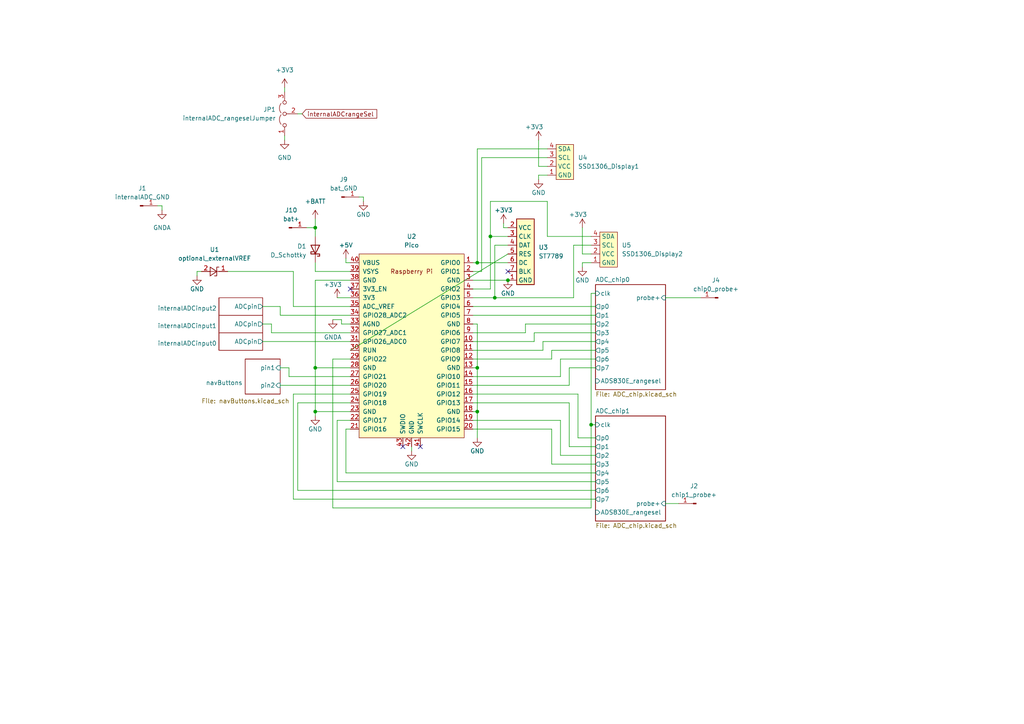
<source format=kicad_sch>
(kicad_sch (version 20211123) (generator eeschema)
  (paper "A4")
  (lib_symbols
    (symbol "Connector:Conn_01x01_Male" (pin_names (offset 1.016) hide)
      (property "Reference" "J" (at 0 2.54 0))
      (property "Value" "Conn_01x01_Male" (at 0 -2.54 0))
      (symbol "Conn_01x01_Male_1_1"
        (polyline (pts (xy 1.27 0) (xy 0.8636 0)) (stroke (width 0.1524)))
        (rectangle (start 0.8636 0.127) (end 0 -0.127) (stroke (width 0.1524)) (fill (type outline)))
        (pin passive line (at 5.08 0 180) (length 3.81) (name "Pin_1") (number "1"))
      )
    )
    (symbol "Device:D_Schottky" (pin_numbers hide) (pin_names (offset 1.016) hide)
      (property "Reference" "D" (at 0 2.54 0))
      (property "Value" "D_Schottky" (at 0 -2.54 0))
      (symbol "D_Schottky_0_1"
        (polyline (pts (xy 1.27 0) (xy -1.27 0)))
        (polyline (pts (xy 1.27 1.27) (xy 1.27 -1.27) (xy -1.27 0) (xy 1.27 1.27)) (stroke (width 0.254)))
        (polyline (pts (xy -1.905 0.635) (xy -1.905 1.27) (xy -1.27 1.27) (xy -1.27 -1.27) (xy -0.635 -1.27) (xy -0.635 -0.635)) (stroke (width 0.254)))
      )
      (symbol "D_Schottky_1_1"
        (pin passive line (at -3.81 0 0) (length 2.54) (name "K") (number "1"))
        (pin passive line (at 3.81 0 180) (length 2.54) (name "A") (number "2"))
      )
    )
    (symbol "Jumper:Jumper_3_Open" (pin_names (offset 0) hide)
      (property "Reference" "JP" (at -2.54 -2.54 0))
      (property "Value" "Jumper_3_Open" (at 0 2.794 0))
      (symbol "Jumper_3_Open_0_0"
        (circle (center -3.302 0) (radius 0.508))
        (circle (center 0 0) (radius 0.508))
        (circle (center 3.302 0) (radius 0.508))
      )
      (symbol "Jumper_3_Open_0_1"
        (arc (start -0.254 1.016) (mid -1.651 1.4992) (end -3.048 1.016))
        (polyline (pts (xy 0 -0.508) (xy 0 -1.27)))
        (arc (start 3.048 1.016) (mid 1.651 1.4992) (end 0.254 1.016))
      )
      (symbol "Jumper_3_Open_1_1"
        (pin passive line (at -6.35 0 0) (length 2.54) (name "A") (number "1"))
        (pin passive line (at 0 -3.81 90) (length 2.54) (name "C") (number "2"))
        (pin passive line (at 6.35 0 180) (length 2.54) (name "B") (number "3"))
      )
    )
    (symbol "RPi_Pico:Pico" (pin_names (offset 1.016))
      (property "Reference" "U" (at -13.97 27.94 0))
      (property "Value" "Pico" (at 0 19.05 0))
      (symbol "Pico_0_0"
        (text "Raspberry Pi" (at 0 21.59 0) (effects (font (size 1.27 1.27))))
      )
      (symbol "Pico_0_1"
        (rectangle (start -15.24 26.67) (end 15.24 -26.67) (fill (type background)))
      )
      (symbol "Pico_1_1"
        (pin bidirectional line (at -17.78 24.13 0) (length 2.54) (name "GPIO0") (number "1"))
        (pin bidirectional line (at -17.78 1.27 0) (length 2.54) (name "GPIO7") (number "10"))
        (pin bidirectional line (at -17.78 -1.27 0) (length 2.54) (name "GPIO8") (number "11"))
        (pin bidirectional line (at -17.78 -3.81 0) (length 2.54) (name "GPIO9") (number "12"))
        (pin power_in line (at -17.78 -6.35 0) (length 2.54) (name "GND") (number "13"))
        (pin bidirectional line (at -17.78 -8.89 0) (length 2.54) (name "GPIO10") (number "14"))
        (pin bidirectional line (at -17.78 -11.43 0) (length 2.54) (name "GPIO11") (number "15"))
        (pin bidirectional line (at -17.78 -13.97 0) (length 2.54) (name "GPIO12") (number "16"))
        (pin bidirectional line (at -17.78 -16.51 0) (length 2.54) (name "GPIO13") (number "17"))
        (pin power_in line (at -17.78 -19.05 0) (length 2.54) (name "GND") (number "18"))
        (pin bidirectional line (at -17.78 -21.59 0) (length 2.54) (name "GPIO14") (number "19"))
        (pin bidirectional line (at -17.78 21.59 0) (length 2.54) (name "GPIO1") (number "2"))
        (pin bidirectional line (at -17.78 -24.13 0) (length 2.54) (name "GPIO15") (number "20"))
        (pin bidirectional line (at 17.78 -24.13 180) (length 2.54) (name "GPIO16") (number "21"))
        (pin bidirectional line (at 17.78 -21.59 180) (length 2.54) (name "GPIO17") (number "22"))
        (pin power_in line (at 17.78 -19.05 180) (length 2.54) (name "GND") (number "23"))
        (pin bidirectional line (at 17.78 -16.51 180) (length 2.54) (name "GPIO18") (number "24"))
        (pin bidirectional line (at 17.78 -13.97 180) (length 2.54) (name "GPIO19") (number "25"))
        (pin bidirectional line (at 17.78 -11.43 180) (length 2.54) (name "GPIO20") (number "26"))
        (pin bidirectional line (at 17.78 -8.89 180) (length 2.54) (name "GPIO21") (number "27"))
        (pin power_in line (at 17.78 -6.35 180) (length 2.54) (name "GND") (number "28"))
        (pin bidirectional line (at 17.78 -3.81 180) (length 2.54) (name "GPIO22") (number "29"))
        (pin power_in line (at -17.78 19.05 0) (length 2.54) (name "GND") (number "3"))
        (pin input line (at 17.78 -1.27 180) (length 2.54) (name "RUN") (number "30"))
        (pin bidirectional line (at 17.78 1.27 180) (length 2.54) (name "GPIO26_ADC0") (number "31"))
        (pin bidirectional line (at 17.78 3.81 180) (length 2.54) (name "GPIO27_ADC1") (number "32"))
        (pin power_in line (at 17.78 6.35 180) (length 2.54) (name "AGND") (number "33"))
        (pin bidirectional line (at 17.78 8.89 180) (length 2.54) (name "GPIO28_ADC2") (number "34"))
        (pin unspecified line (at 17.78 11.43 180) (length 2.54) (name "ADC_VREF") (number "35"))
        (pin unspecified line (at 17.78 13.97 180) (length 2.54) (name "3V3") (number "36"))
        (pin input line (at 17.78 16.51 180) (length 2.54) (name "3V3_EN") (number "37"))
        (pin bidirectional line (at 17.78 19.05 180) (length 2.54) (name "GND") (number "38"))
        (pin unspecified line (at 17.78 21.59 180) (length 2.54) (name "VSYS") (number "39"))
        (pin bidirectional line (at -17.78 16.51 0) (length 2.54) (name "GPIO2") (number "4"))
        (pin unspecified line (at 17.78 24.13 180) (length 2.54) (name "VBUS") (number "40"))
        (pin input line (at -2.54 -29.21 90) (length 2.54) (name "SWCLK") (number "41"))
        (pin power_in line (at 0 -29.21 90) (length 2.54) (name "GND") (number "42"))
        (pin bidirectional line (at 2.54 -29.21 90) (length 2.54) (name "SWDIO") (number "43"))
        (pin bidirectional line (at -17.78 13.97 0) (length 2.54) (name "GPIO3") (number "5"))
        (pin bidirectional line (at -17.78 11.43 0) (length 2.54) (name "GPIO4") (number "6"))
        (pin bidirectional line (at -17.78 8.89 0) (length 2.54) (name "GPIO5") (number "7"))
        (pin power_in line (at -17.78 6.35 0) (length 2.54) (name "GND") (number "8"))
        (pin bidirectional line (at -17.78 3.81 0) (length 2.54) (name "GPIO6") (number "9"))
      )
    )
    (symbol "Reference_Voltage:LM4040DBZ-3" (pin_names (offset 0.0254) hide)
      (property "Reference" "U" (at 0 2.54 0))
      (property "Value" "LM4040DBZ-3" (at 0 -3.175 0))
      (symbol "LM4040DBZ-3_0_1"
        (polyline (pts (xy -1.27 0) (xy 0 0) (xy 1.27 0)))
        (polyline (pts (xy -1.27 -1.27) (xy 0.635 0) (xy -1.27 1.27) (xy -1.27 -1.27)) (stroke (width 0.2032)))
        (polyline (pts (xy 0 -1.27) (xy 0.635 -1.27) (xy 0.635 1.27) (xy 1.27 1.27)) (stroke (width 0.2032)))
      )
      (symbol "LM4040DBZ-3_1_1"
        (pin passive line (at 3.81 0 180) (length 2.54) (name "K") (number "1"))
        (pin passive line (at -3.81 0 0) (length 2.54) (name "A") (number "2"))
      )
    )
    (symbol "customStuff:SSD1306_Display"
      (property "Reference" "U" (at 0 -3.81 0))
      (property "Value" "SSD1306_Display" (at -1.27 -16.51 0))
      (symbol "SSD1306_Display_0_1"
        (rectangle (start -1.27 -5.08) (end 3.81 -15.24) (fill (type background)))
      )
      (symbol "SSD1306_Display_1_1"
        (pin power_in line (at -3.81 -13.97 0) (length 2.54) (name "GND") (number "1"))
        (pin power_in line (at -3.81 -11.43 0) (length 2.54) (name "VCC") (number "2"))
        (pin bidirectional line (at -3.81 -8.89 0) (length 2.54) (name "SCL") (number "3"))
        (pin bidirectional line (at -3.81 -6.35 0) (length 2.54) (name "SDA") (number "4"))
      )
    )
    (symbol "customStuff:ST7789"
      (property "Reference" "U" (at 0 -10.16 0))
      (property "Value" "ST7789" (at 0 11.43 0))
      (symbol "ST7789_0_1"
        (rectangle (start -2.54 10.16) (end 2.54 -8.89) (stroke (width 0.254)) (fill (type background)))
      )
      (symbol "ST7789_1_1"
        (pin bidirectional line (at -5.08 -7.62 0) (length 2.54) (name "GND") (number "1"))
        (pin bidirectional line (at -5.08 7.62 0) (length 2.54) (name "VCC") (number "2"))
        (pin bidirectional line (at -5.08 5.08 0) (length 2.54) (name "CLK") (number "3"))
        (pin bidirectional line (at -5.08 2.54 0) (length 2.54) (name "DAT") (number "4"))
        (pin bidirectional line (at -5.08 0 0) (length 2.54) (name "RES") (number "5"))
        (pin bidirectional line (at -5.08 -2.54 0) (length 2.54) (name "DC") (number "6"))
        (pin bidirectional line (at -5.08 -5.08 0) (length 2.54) (name "BLK") (number "7"))
      )
    )
    (symbol "power:+3.3V" (power) (pin_names (offset 0))
      (property "Value" "+3.3V" (at 0 3.556 0))
      (symbol "+3.3V_0_1"
        (polyline (pts (xy -0.762 1.27) (xy 0 2.54)))
        (polyline (pts (xy 0 0) (xy 0 2.54)))
        (polyline (pts (xy 0 2.54) (xy 0.762 1.27)))
      )
      (symbol "+3.3V_1_1"
        (pin power_in line (at 0 0 90) (length 0) hide (name "+3V3") (number "1"))
      )
    )
    (symbol "power:+5V" (power) (pin_names (offset 0))
      (property "Value" "+5V" (at 0 3.556 0))
      (symbol "+5V_0_1"
        (polyline (pts (xy -0.762 1.27) (xy 0 2.54)))
        (polyline (pts (xy 0 0) (xy 0 2.54)))
        (polyline (pts (xy 0 2.54) (xy 0.762 1.27)))
      )
      (symbol "+5V_1_1"
        (pin power_in line (at 0 0 90) (length 0) hide (name "+5V") (number "1"))
      )
    )
    (symbol "power:+BATT" (power) (pin_names (offset 0))
      (property "Value" "+BATT" (at 0 3.556 0))
      (symbol "+BATT_0_1"
        (polyline (pts (xy -0.762 1.27) (xy 0 2.54)))
        (polyline (pts (xy 0 0) (xy 0 2.54)))
        (polyline (pts (xy 0 2.54) (xy 0.762 1.27)))
      )
      (symbol "+BATT_1_1"
        (pin power_in line (at 0 0 90) (length 0) hide (name "+BATT") (number "1"))
      )
    )
    (symbol "power:GND" (power) (pin_names (offset 0))
      (property "Value" "GND" (at 0 -3.81 0))
      (symbol "GND_0_1"
        (polyline (pts (xy 0 0) (xy 0 -1.27) (xy 1.27 -1.27) (xy 0 -2.54) (xy -1.27 -1.27) (xy 0 -1.27)))
      )
      (symbol "GND_1_1"
        (pin power_in line (at 0 0 270) (length 0) hide (name "GND") (number "1"))
      )
    )
    (symbol "power:GNDA" (power) (pin_names (offset 0))
      (property "Value" "GNDA" (at 0 -3.81 0))
      (symbol "GNDA_0_1"
        (polyline (pts (xy 0 0) (xy 0 -1.27) (xy 1.27 -1.27) (xy 0 -2.54) (xy -1.27 -1.27) (xy 0 -1.27)))
      )
      (symbol "GNDA_1_1"
        (pin power_in line (at 0 0 270) (length 0) hide (name "GNDA") (number "1"))
      )
    )
  )
  (junction (at 143.51 86.36))
  (junction (at 91.44 119.38))
  (junction (at 142.24 68.58))
  (junction (at 138.43 76.2))
  (junction (at 138.43 119.38))
  (junction (at 147.32 81.28))
  (junction (at 138.43 106.68))
  (junction (at 91.44 66.04))
  (junction (at 91.44 106.68))
  (junction (at 171.45 123.19))
  (no_connect (at 101.6 83.82))
  (no_connect (at 147.32 78.74))
  (no_connect (at 116.84 129.54))
  (no_connect (at 121.92 129.54))
  (wire (pts (xy 99.06 92.71) (xy 99.06 93.98)))
  (wire (pts (xy 91.44 120.65) (xy 91.44 119.38)))
  (wire (pts (xy 172.72 96.52) (xy 154.94 96.52)))
  (wire (pts (xy 91.44 66.04) (xy 91.44 68.58)))
  (wire (pts (xy 138.43 43.18) (xy 138.43 76.2)))
  (wire (pts (xy 99.06 93.98) (xy 101.6 93.98)))
  (wire (pts (xy 101.6 91.44) (xy 81.28 91.44)))
  (wire (pts (xy 171.45 71.12) (xy 166.37 71.12)))
  (wire (pts (xy 167.64 127) (xy 167.64 114.3)))
  (wire (pts (xy 119.38 130.81) (xy 119.38 129.54)))
  (wire (pts (xy 142.24 83.82) (xy 142.24 68.58)))
  (wire (pts (xy 171.45 147.32) (xy 171.45 123.19)))
  (wire (pts (xy 83.82 109.22) (xy 83.82 106.68)))
  (wire (pts (xy 81.28 88.9) (xy 76.2 88.9)))
  (wire (pts (xy 196.85 146.05) (xy 193.04 146.05)))
  (wire (pts (xy 157.48 101.6) (xy 157.48 99.06)))
  (wire (pts (xy 138.43 106.68) (xy 138.43 119.38)))
  (wire (pts (xy 147.32 81.28) (xy 137.16 81.28)))
  (wire (pts (xy 78.74 93.98) (xy 78.74 96.52)))
  (wire (pts (xy 156.21 52.07) (xy 156.21 50.8)))
  (wire (pts (xy 172.72 106.68) (xy 165.1 106.68)))
  (wire (pts (xy 142.24 58.42) (xy 142.24 68.58)))
  (wire (pts (xy 100.33 76.2) (xy 101.6 76.2)))
  (wire (pts (xy 85.09 78.74) (xy 85.09 88.9)))
  (wire (pts (xy 160.02 101.6) (xy 160.02 104.14)))
  (wire (pts (xy 57.15 80.01) (xy 57.15 78.74)))
  (wire (pts (xy 172.72 123.19) (xy 171.45 123.19)))
  (wire (pts (xy 137.16 91.44) (xy 172.72 91.44)))
  (wire (pts (xy 162.56 104.14) (xy 162.56 109.22)))
  (wire (pts (xy 97.79 86.36) (xy 101.6 86.36)))
  (wire (pts (xy 78.74 96.52) (xy 101.6 96.52)))
  (wire (pts (xy 146.05 64.77) (xy 146.05 66.04)))
  (wire (pts (xy 138.43 76.2) (xy 137.16 76.2)))
  (wire (pts (xy 168.91 66.04) (xy 168.91 73.66)))
  (wire (pts (xy 96.52 92.71) (xy 99.06 92.71)))
  (wire (pts (xy 137.16 124.46) (xy 160.02 124.46)))
  (wire (pts (xy 137.16 88.9) (xy 172.72 88.9)))
  (wire (pts (xy 82.55 25.4) (xy 82.55 26.67)))
  (wire (pts (xy 88.9 66.04) (xy 91.44 66.04)))
  (wire (pts (xy 162.56 132.08) (xy 162.56 121.92)))
  (wire (pts (xy 101.6 81.28) (xy 91.44 81.28)))
  (wire (pts (xy 100.33 137.16) (xy 172.72 137.16)))
  (wire (pts (xy 81.28 111.76) (xy 101.6 111.76)))
  (wire (pts (xy 165.1 106.68) (xy 165.1 111.76)))
  (wire (pts (xy 156.21 50.8) (xy 158.75 50.8)))
  (wire (pts (xy 87.63 33.02) (xy 86.36 33.02)))
  (wire (pts (xy 158.75 58.42) (xy 142.24 58.42)))
  (wire (pts (xy 137.16 83.82) (xy 142.24 83.82)))
  (wire (pts (xy 158.75 43.18) (xy 138.43 43.18)))
  (wire (pts (xy 101.6 124.46) (xy 100.33 124.46)))
  (wire (pts (xy 154.94 96.52) (xy 154.94 99.06)))
  (wire (pts (xy 81.28 91.44) (xy 81.28 88.9)))
  (wire (pts (xy 152.4 93.98) (xy 172.72 93.98)))
  (wire (pts (xy 91.44 119.38) (xy 101.6 119.38)))
  (wire (pts (xy 160.02 104.14) (xy 137.16 104.14)))
  (wire (pts (xy 171.45 68.58) (xy 158.75 68.58)))
  (wire (pts (xy 168.91 73.66) (xy 171.45 73.66)))
  (wire (pts (xy 96.52 104.14) (xy 96.52 147.32)))
  (wire (pts (xy 101.6 104.14) (xy 96.52 104.14)))
  (wire (pts (xy 172.72 132.08) (xy 162.56 132.08)))
  (wire (pts (xy 104.14 57.15) (xy 105.41 57.15)))
  (wire (pts (xy 168.91 76.2) (xy 171.45 76.2)))
  (wire (pts (xy 85.09 144.78) (xy 85.09 114.3)))
  (wire (pts (xy 85.09 88.9) (xy 101.6 88.9)))
  (wire (pts (xy 157.48 99.06) (xy 172.72 99.06)))
  (wire (pts (xy 162.56 104.14) (xy 172.72 104.14)))
  (wire (pts (xy 137.16 119.38) (xy 138.43 119.38)))
  (wire (pts (xy 160.02 101.6) (xy 172.72 101.6)))
  (wire (pts (xy 162.56 109.22) (xy 137.16 109.22)))
  (wire (pts (xy 139.7 45.72) (xy 139.7 78.74)))
  (wire (pts (xy 101.6 101.6) (xy 147.32 73.66)))
  (wire (pts (xy 105.41 58.42) (xy 105.41 57.15)))
  (wire (pts (xy 142.24 68.58) (xy 147.32 68.58)))
  (wire (pts (xy 101.6 106.68) (xy 91.44 106.68)))
  (wire (pts (xy 76.2 99.06) (xy 101.6 99.06)))
  (wire (pts (xy 137.16 96.52) (xy 152.4 96.52)))
  (wire (pts (xy 137.16 93.98) (xy 138.43 93.98)))
  (wire (pts (xy 203.2 86.36) (xy 193.04 86.36)))
  (wire (pts (xy 166.37 86.36) (xy 143.51 86.36)))
  (wire (pts (xy 156.21 40.64) (xy 156.21 48.26)))
  (wire (pts (xy 66.04 78.74) (xy 85.09 78.74)))
  (wire (pts (xy 139.7 45.72) (xy 158.75 45.72)))
  (wire (pts (xy 147.32 76.2) (xy 138.43 76.2)))
  (wire (pts (xy 166.37 71.12) (xy 166.37 86.36)))
  (wire (pts (xy 143.51 86.36) (xy 137.16 86.36)))
  (wire (pts (xy 146.05 66.04) (xy 147.32 66.04)))
  (wire (pts (xy 165.1 129.54) (xy 172.72 129.54)))
  (wire (pts (xy 91.44 81.28) (xy 91.44 106.68)))
  (wire (pts (xy 86.36 142.24) (xy 172.72 142.24)))
  (wire (pts (xy 147.32 71.12) (xy 143.51 71.12)))
  (wire (pts (xy 46.99 60.96) (xy 46.99 59.69)))
  (wire (pts (xy 160.02 124.46) (xy 160.02 134.62)))
  (wire (pts (xy 45.72 59.69) (xy 46.99 59.69)))
  (wire (pts (xy 167.64 114.3) (xy 137.16 114.3)))
  (wire (pts (xy 137.16 106.68) (xy 138.43 106.68)))
  (wire (pts (xy 100.33 124.46) (xy 100.33 137.16)))
  (wire (pts (xy 97.79 139.7) (xy 97.79 121.92)))
  (wire (pts (xy 138.43 93.98) (xy 138.43 106.68)))
  (wire (pts (xy 165.1 116.84) (xy 165.1 129.54)))
  (wire (pts (xy 162.56 121.92) (xy 137.16 121.92)))
  (wire (pts (xy 168.91 77.47) (xy 168.91 76.2)))
  (wire (pts (xy 156.21 48.26) (xy 158.75 48.26)))
  (wire (pts (xy 137.16 116.84) (xy 165.1 116.84)))
  (wire (pts (xy 91.44 63.5) (xy 91.44 66.04)))
  (wire (pts (xy 165.1 111.76) (xy 137.16 111.76)))
  (wire (pts (xy 172.72 127) (xy 167.64 127)))
  (wire (pts (xy 91.44 78.74) (xy 91.44 76.2)))
  (wire (pts (xy 171.45 85.09) (xy 172.72 85.09)))
  (wire (pts (xy 91.44 106.68) (xy 91.44 119.38)))
  (wire (pts (xy 139.7 78.74) (xy 137.16 78.74)))
  (wire (pts (xy 143.51 71.12) (xy 143.51 86.36)))
  (wire (pts (xy 101.6 116.84) (xy 86.36 116.84)))
  (wire (pts (xy 100.33 74.93) (xy 100.33 76.2)))
  (wire (pts (xy 86.36 116.84) (xy 86.36 142.24)))
  (wire (pts (xy 160.02 134.62) (xy 172.72 134.62)))
  (wire (pts (xy 172.72 144.78) (xy 85.09 144.78)))
  (wire (pts (xy 137.16 101.6) (xy 157.48 101.6)))
  (wire (pts (xy 158.75 68.58) (xy 158.75 58.42)))
  (wire (pts (xy 57.15 78.74) (xy 58.42 78.74)))
  (wire (pts (xy 101.6 78.74) (xy 91.44 78.74)))
  (wire (pts (xy 76.2 93.98) (xy 78.74 93.98)))
  (wire (pts (xy 83.82 106.68) (xy 81.28 106.68)))
  (wire (pts (xy 96.52 147.32) (xy 171.45 147.32)))
  (wire (pts (xy 97.79 121.92) (xy 101.6 121.92)))
  (wire (pts (xy 85.09 114.3) (xy 101.6 114.3)))
  (wire (pts (xy 172.72 139.7) (xy 97.79 139.7)))
  (wire (pts (xy 138.43 119.38) (xy 138.43 127)))
  (wire (pts (xy 154.94 99.06) (xy 137.16 99.06)))
  (wire (pts (xy 101.6 109.22) (xy 83.82 109.22)))
  (wire (pts (xy 171.45 123.19) (xy 171.45 85.09)))
  (wire (pts (xy 82.55 40.64) (xy 82.55 39.37)))
  (wire (pts (xy 152.4 96.52) (xy 152.4 93.98)))
  (global_label "internalADCrangeSel" (shape input) (at 87.63 33.02 0) (property "Intersheet References" "${INTERSHEET_REFS}" (effects hide)))
  (symbol (lib_id "RPi_Pico:Pico") (at 119.38 100.33 0) (mirror y) (unit 1)
    (property "Reference" "U2" (at 119.38 68.58 0))
    (property "Value" "Pico" (at 119.38 71.12 0))
    (property "Footprint" "RPi_Pico:RPi_Pico_SMD_TH" (effects hide))
  )
  (symbol (lib_id "power:+3.3V") (at 168.91 66.04 0) (unit 1)
    (property "Reference" "#PWR0106" (effects hide))
    (property "Value" "+3.3V" (at 167.64 62.23 0))
  )
  (symbol (lib_id "power:GND") (at 82.55 40.64 0) (unit 1)
    (property "Reference" "#PWR0114" (effects hide))
    (property "Value" "GND" (at 82.55 45.72 0))
  )
  (symbol (lib_id "power:GND") (at 105.41 58.42 0) (unit 1)
    (property "Reference" "#PWR0163" (effects hide))
    (property "Value" "GND" (at 105.41 62.23 0))
  )
  (symbol (lib_id "customStuff:ST7789") (at 152.4 73.66 0) (unit 1)
    (property "Reference" "U3" (at 156.21 71.7549 0) (effects (justify left)))
    (property "Value" "ST7789" (at 156.21 74.2949 0) (effects (justify left)))
    (property "Footprint" "Connector_PinHeader_2.54mm:PinHeader_1x07_P2.54mm_Vertical" (effects hide))
  )
  (symbol (lib_id "power:GND") (at 138.43 127 0) (unit 1)
    (property "Reference" "#PWR0116" (effects hide))
    (property "Value" "GND" (at 138.43 130.81 0))
  )
  (symbol (lib_id "power:GNDA") (at 96.52 92.71 0) (unit 1)
    (property "Reference" "#PWR0102" (effects hide))
    (property "Value" "GNDA" (at 96.52 97.79 0))
  )
  (symbol (lib_id "Connector:Conn_01x01_Male") (at 201.93 146.05 180) (unit 1)
    (property "Reference" "J2" (at 201.295 140.97 0))
    (property "Value" "chip1_probe+" (at 201.295 143.51 0))
    (property "Footprint" "Connector_Wire:SolderWire-0.5sqmm_1x01_D0.9mm_OD2.1mm_Relief" (effects hide))
  )
  (symbol (lib_id "power:GND") (at 156.21 52.07 0) (unit 1)
    (property "Reference" "#PWR0109" (effects hide))
    (property "Value" "GND" (at 156.21 55.88 0))
  )
  (symbol (lib_id "power:+3.3V") (at 97.79 86.36 0) (unit 1)
    (property "Reference" "#PWR0101" (effects hide))
    (property "Value" "+3.3V" (at 96.52 82.55 0))
  )
  (symbol (lib_id "power:+3.3V") (at 146.05 64.77 0) (unit 1)
    (property "Reference" "#PWR0110" (effects hide))
    (property "Value" "+3.3V" (at 146.05 60.96 0))
  )
  (symbol (lib_id "power:+5V") (at 100.33 74.93 0) (unit 1)
    (property "Reference" "#PWR0112" (effects hide))
    (property "Value" "+5V" (at 100.33 71.12 0))
  )
  (symbol (lib_id "Reference_Voltage:LM4040DBZ-3") (at 62.23 78.74 0) (unit 1)
    (property "Reference" "U1" (at 62.23 72.39 0))
    (property "Value" "optional_externalVREF" (at 62.23 74.93 0))
    (property "Footprint" "customStuff:universalMixed" (effects hide))
    (property "Datasheet" "http://www.ti.com/lit/ds/symlink/lm4040-n.pdf" (effects hide))
  )
  (symbol (lib_id "Device:D_Schottky") (at 91.44 72.39 270) (mirror x) (unit 1)
    (property "Reference" "D1" (at 88.9 71.4374 90) (effects (justify right)))
    (property "Value" "D_Schottky" (at 88.9 73.9774 90) (effects (justify right)))
    (property "Footprint" "customStuff:universalMixedDiode" (effects hide))
  )
  (symbol (lib_id "Jumper:Jumper_3_Open") (at 82.55 33.02 90) (unit 1)
    (property "Reference" "JP1" (at 80.01 31.7499 90) (effects (justify left)))
    (property "Value" "internalADC_rangeselJumper" (at 80.01 34.2899 90) (effects (justify left)))
    (property "Footprint" "Connector_PinHeader_2.54mm:PinHeader_1x03_P2.54mm_Vertical" (effects hide))
  )
  (symbol (lib_id "customStuff:SSD1306_Display") (at 175.26 62.23 0) (unit 1)
    (property "Reference" "U5" (at 180.34 71.1199 0) (effects (justify left)))
    (property "Value" "SSD1306_Display2" (at 180.34 73.6599 0) (effects (justify left)))
    (property "Footprint" "Connector_PinSocket_2.54mm:PinSocket_1x04_P2.54mm_Vertical" (effects hide))
  )
  (symbol (lib_id "customStuff:SSD1306_Display") (at 162.56 36.83 0) (unit 1)
    (property "Reference" "U4" (at 167.64 45.7199 0) (effects (justify left)))
    (property "Value" "SSD1306_Display1" (at 167.64 48.2599 0) (effects (justify left)))
    (property "Footprint" "Connector_PinSocket_2.54mm:PinSocket_1x04_P2.54mm_Vertical" (effects hide))
  )
  (symbol (lib_id "power:+3.3V") (at 156.21 40.64 0) (unit 1)
    (property "Reference" "#PWR0111" (effects hide))
    (property "Value" "+3.3V" (at 154.94 36.83 0))
  )
  (symbol (lib_id "power:GND") (at 168.91 77.47 0) (unit 1)
    (property "Reference" "#PWR0105" (effects hide))
    (property "Value" "GND" (at 168.91 81.28 0))
  )
  (symbol (lib_id "power:GND") (at 91.44 120.65 0) (unit 1)
    (property "Reference" "#PWR0107" (effects hide))
    (property "Value" "GND" (at 91.44 124.46 0))
  )
  (symbol (lib_id "power:GND") (at 119.38 130.81 0) (unit 1)
    (property "Reference" "#PWR0117" (effects hide))
    (property "Value" "GND" (at 119.38 134.62 0))
  )
  (symbol (lib_id "Connector:Conn_01x01_Male") (at 83.82 66.04 0) (unit 1)
    (property "Reference" "J10" (at 84.455 60.96 0))
    (property "Value" "bat+" (at 84.455 63.5 0))
    (property "Footprint" "Connector_Wire:SolderWire-0.5sqmm_1x01_D0.9mm_OD2.1mm_Relief" (effects hide))
  )
  (symbol (lib_id "power:GND") (at 57.15 80.01 0) (unit 1)
    (property "Reference" "#PWR0103" (effects hide))
    (property "Value" "GND" (at 57.15 83.82 0))
  )
  (symbol (lib_id "power:GND") (at 147.32 81.28 0) (unit 1)
    (property "Reference" "#PWR0108" (effects hide))
    (property "Value" "GND" (at 147.32 85.09 0))
  )
  (symbol (lib_id "Connector:Conn_01x01_Male") (at 99.06 57.15 0) (unit 1)
    (property "Reference" "J9" (at 99.695 52.07 0))
    (property "Value" "bat_GND" (at 99.695 54.61 0))
    (property "Footprint" "Connector_Wire:SolderWire-0.5sqmm_1x01_D0.9mm_OD2.1mm_Relief" (effects hide))
  )
  (symbol (lib_id "Connector:Conn_01x01_Male") (at 208.28 86.36 180) (unit 1)
    (property "Reference" "J4" (at 207.645 81.28 0))
    (property "Value" "chip0_probe+" (at 207.645 83.82 0))
    (property "Footprint" "Connector_Wire:SolderWirePad_1x01_SMD_5x10mm" (effects hide))
  )
  (symbol (lib_id "Connector:Conn_01x01_Male") (at 40.64 59.69 0) (unit 1)
    (property "Reference" "J1" (at 41.275 54.61 0))
    (property "Value" "internalADC_GND" (at 41.275 57.15 0))
    (property "Footprint" "Connector_Wire:SolderWire-0.5sqmm_1x01_D0.9mm_OD2.1mm_Relief" (effects hide))
  )
  (symbol (lib_id "power:GNDA") (at 46.99 60.96 0) (unit 1)
    (property "Reference" "#PWR0104" (effects hide))
    (property "Value" "GNDA" (at 46.99 66.04 0))
  )
  (symbol (lib_id "power:+BATT") (at 91.44 63.5 0) (unit 1)
    (property "Reference" "#PWR0113" (effects hide))
    (property "Value" "+BATT" (at 91.44 58.42 0))
  )
  (symbol (lib_id "power:+3.3V") (at 82.55 25.4 0) (unit 1)
    (property "Reference" "#PWR0115" (effects hide))
    (property "Value" "+3.3V" (at 82.55 20.32 0))
  )
  (sheet (at 63.5 96.52) (size 12.7 5.08) (stroke (width 0.1524))
    (property "Sheet name" "internalADCinput0" (at 45.72 100.33 0) (effects (justify left bottom)))
    (property "Sheet file" "untitled.kicad_sch" (effects hide))
    (pin "ADCpin" output (at 76.2 99.06 0))
  )
  (sheet (at 172.72 82.55) (size 20.32 30.48) (stroke (width 0.1524))
    (property "Sheet name" "ADC_chip0" (at 172.72 81.8384 0) (effects (justify left bottom)))
    (property "Sheet file" "ADC_chip.kicad_sch" (at 172.72 113.6146 0) (effects (justify left top)))
    (pin "p4" output (at 172.72 99.06 180))
    (pin "p7" output (at 172.72 106.68 180))
    (pin "p5" output (at 172.72 101.6 180))
    (pin "p6" output (at 172.72 104.14 180))
    (pin "clk" input (at 172.72 85.09 180))
    (pin "p3" output (at 172.72 96.52 180))
    (pin "p1" output (at 172.72 91.44 180))
    (pin "p0" output (at 172.72 88.9 180))
    (pin "p2" output (at 172.72 93.98 180))
    (pin "ADS830E_rangesel" input (at 172.72 110.49 180))
    (pin "probe+" input (at 193.04 86.36 0))
  )
  (sheet (at 63.5 91.44) (size 12.7 5.08) (stroke (width 0.1524))
    (property "Sheet name" "internalADCinput1" (at 45.72 95.25 0) (effects (justify left bottom)))
    (property "Sheet file" "untitled.kicad_sch" (effects hide))
    (pin "ADCpin" output (at 76.2 93.98 0))
  )
  (sheet (at 63.5 86.36) (size 12.7 5.08) (stroke (width 0.1524))
    (property "Sheet name" "internalADCinput2" (at 45.72 90.17 0) (effects (justify left bottom)))
    (property "Sheet file" "untitled.kicad_sch" (effects hide))
    (pin "ADCpin" output (at 76.2 88.9 0))
  )
  (sheet (at 71.12 104.14) (size 10.16 10.16) (stroke (width 0.1524))
    (property "Sheet name" "navButtons" (at 59.69 111.76 0) (effects (justify left bottom)))
    (property "Sheet file" "navButtons.kicad_sch" (at 58.42 115.57 0) (effects (justify left top)))
    (pin "pin1" input (at 81.28 106.68 0))
    (pin "pin2" input (at 81.28 111.76 0))
  )
  (sheet (at 172.72 120.65) (size 20.32 30.48) (stroke (width 0.1524))
    (property "Sheet name" "ADC_chip1" (at 172.72 119.9384 0) (effects (justify left bottom)))
    (property "Sheet file" "ADC_chip.kicad_sch" (at 172.72 151.7146 0) (effects (justify left top)))
    (pin "p4" output (at 172.72 137.16 180))
    (pin "p7" output (at 172.72 144.78 180))
    (pin "p5" output (at 172.72 139.7 180))
    (pin "p6" output (at 172.72 142.24 180))
    (pin "clk" input (at 172.72 123.19 180))
    (pin "p3" output (at 172.72 134.62 180))
    (pin "p1" output (at 172.72 129.54 180))
    (pin "p0" output (at 172.72 127 180))
    (pin "p2" output (at 172.72 132.08 180))
    (pin "ADS830E_rangesel" input (at 172.72 148.59 180))
    (pin "probe+" input (at 193.04 146.05 0))
  )
)
</source>
